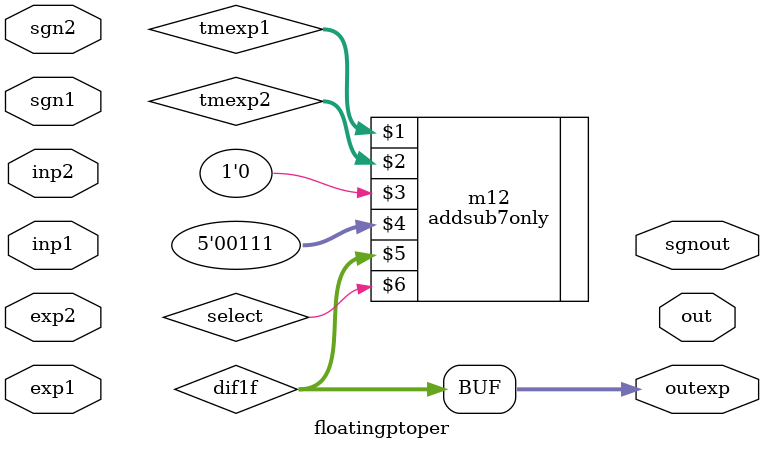
<source format=v>


`include "finaladdsub.v"
`include "finaladdsubforexpinebet.v"


module floatingptoper (inp1,sgn1,exp1,inp2,sgn2,exp2,out,sgnout,outexp);
input [15:0] inp1;//first one reserved for before floating point
input [15:0] inp2;//first one reserved for before floating point
input sgn1,sgn2;
input [7:0] exp1;
input [7:0] exp2;
wire [7:0] dif1f;
wire diffcout;
output [15:0]out ; //first two reserved for before floating point
output [7:0] outexp ;//no overflow
output sgnout;
reg [7:0]tmexp1;
reg [7:0]tmexp2;
// t[7:0] in1,in2;
wire select;
// wire [7:0] difference1 = exp1-exp2;
// wire sign_of_difference = difference1[7];
// assign select = sign_of_difference? 0:1;

// addsub7only m11(exp1,exp2,1'b0,5'd7,dif1f,select);
//
// always @ (*)
// begin
// //   // if (exp1 >exp2)
//   if (select==1)
//   begin
// //     // addsub h1(exp1,exp2,1'b0,dif1f);
// //     // exp2 is greater
//   dif1f <= exp2-exp1;
//  // dif1f[7] = 0;
//  // assign outexp[7] = 0;
//     end
// //   // else
// //   // begin
// //   //   addsub h2(exp2,exp1,1'b0,dif1f);
// //   //   end
// //
// //   // dif1f = exp2-exp1;
// //
// end
// assign tmexp1 = exp1;
// assign tmexp2 = exp2;

// always @ (select,dif1f)
// begin
//   if (select==1)
//   begin
//
//   tmexp1<=exp2;
//   tmexp2<=exp1;
//  // assign outexp[7] = 0;
//     end
//   else
//   begin
// //   //   addsub h2(exp2,exp1,1'b0,dif1f);
// tmexp1<=exp1;
// tmexp2<=exp2;
//
//     end
// //
// //   // dif1f = exp2-exp1;
// //
// end

addsub7only m12(tmexp1,tmexp2,1'b0,5'd7,dif1f,select);

assign outexp[7:0] = dif1f[7:0];

// assign outexp[7:0] = dif1f[7:0];
// always @ ( * ) begin
// end
// assign outexp[1] = dif1f[1];
//
// assign outexp[2] = dif1f[2];
// assign outexp[3] = dif1f[3];
// assign outexp[4] = dif1f[4];
// assign outexp[5] = dif1f[5];
// assign outexp[6] = dif1f[6];
// assign outexp[7] = dif1f[7];


// model time-series anomaly detection for IoT



endmodule // floatingptoper

</source>
